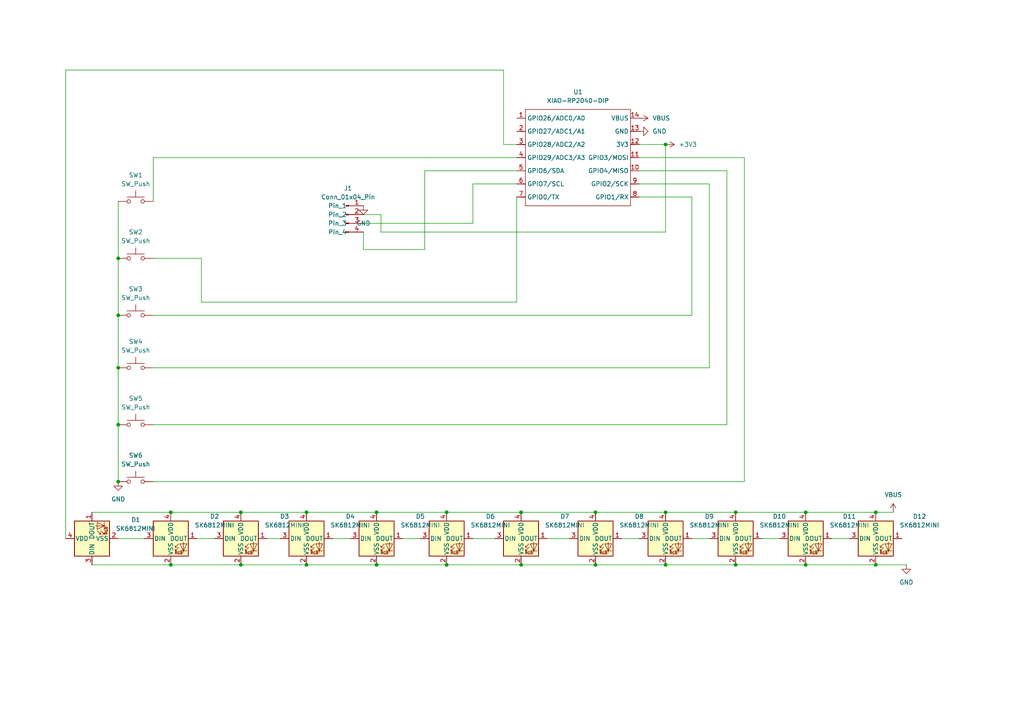
<source format=kicad_sch>
(kicad_sch (version 20250114) (generator "eeschema") (generator_version "9.0")
  (paper "A4")
  (lib_symbols
    (symbol "Connector:Conn_01x04_Pin" (pin_names (offset 1.016))
      (property "Reference" "J" (at 0 5.08 0))
      (property "Value" "Conn_01x04_Pin" (at 0 -7.62 0))
      (symbol "Conn_01x04_Pin_1_1"
        (rectangle (start 0.8636 2.667) (end 0 2.413) (stroke (width 0.1524)) (fill (type outline)))
        (rectangle (start 0.8636 0.127) (end 0 -0.127) (stroke (width 0.1524)) (fill (type outline)))
        (rectangle (start 0.8636 -2.413) (end 0 -2.667) (stroke (width 0.1524)) (fill (type outline)))
        (rectangle (start 0.8636 -4.953) (end 0 -5.207) (stroke (width 0.1524)) (fill (type outline)))
        (polyline (pts (xy 1.27 2.54) (xy 0.8636 2.54)) (stroke (width 0.1524)))
        (polyline (pts (xy 1.27 0) (xy 0.8636 0)) (stroke (width 0.1524)))
        (polyline (pts (xy 1.27 -2.54) (xy 0.8636 -2.54)) (stroke (width 0.1524)))
        (polyline (pts (xy 1.27 -5.08) (xy 0.8636 -5.08)) (stroke (width 0.1524)))
        (pin passive line (at 5.08 2.54 180) (length 3.81) (name "Pin_1") (number "1"))
        (pin passive line (at 5.08 0 180) (length 3.81) (name "Pin_2") (number "2"))
        (pin passive line (at 5.08 -2.54 180) (length 3.81) (name "Pin_3") (number "3"))
        (pin passive line (at 5.08 -5.08 180) (length 3.81) (name "Pin_4") (number "4"))
      )
    )
    (symbol "LED:SK6812MINI" (pin_names (offset 0.254))
      (property "Reference" "D" (at 5.08 5.715 0))
      (property "Value" "SK6812MINI" (at 1.27 -5.715 0))
      (symbol "SK6812MINI_0_0"
        (text "RGB" (at 2.286 -4.191 0) (effects (font (size 0.762 0.762))))
      )
      (symbol "SK6812MINI_0_1"
        (polyline (pts (xy 1.27 -2.54) (xy 1.778 -2.54)))
        (polyline (pts (xy 1.27 -3.556) (xy 1.778 -3.556)))
        (polyline (pts (xy 2.286 -1.524) (xy 1.27 -2.54) (xy 1.27 -2.032)))
        (polyline (pts (xy 2.286 -2.54) (xy 1.27 -3.556) (xy 1.27 -3.048)))
        (polyline (pts (xy 3.683 -1.016) (xy 3.683 -3.556) (xy 3.683 -4.064)))
        (polyline (pts (xy 4.699 -1.524) (xy 2.667 -1.524) (xy 3.683 -3.556) (xy 4.699 -1.524)))
        (polyline (pts (xy 4.699 -3.556) (xy 2.667 -3.556)))
        (rectangle (start 5.08 5.08) (end -5.08 -5.08) (stroke (width 0.254)) (fill (type background)))
      )
      (symbol "SK6812MINI_1_1"
        (pin input line (at -7.62 0 0) (length 2.54) (name "DIN") (number "3"))
        (pin power_in line (at 0 7.62 270) (length 2.54) (name "VDD") (number "4"))
        (pin power_in line (at 0 -7.62 90) (length 2.54) (name "VSS") (number "2"))
        (pin output line (at 7.62 0 180) (length 2.54) (name "DOUT") (number "1"))
      )
    )
    (symbol "Seeed_Studio_XIAO_Series:XIAO-RP2040-DIP"
      (property "Reference" "U" (at 0 0 0))
      (property "Value" "XIAO-RP2040-DIP" (at 5.334 -1.778 0))
      (symbol "XIAO-RP2040-DIP_1_0"
        (polyline (pts (xy -1.27 -2.54) (xy 29.21 -2.54)) (stroke (width 0.1524)))
        (polyline (pts (xy -1.27 -5.08) (xy -2.54 -5.08)) (stroke (width 0.1524)))
        (polyline (pts (xy -1.27 -5.08) (xy -1.27 -2.54)) (stroke (width 0.1524)))
        (polyline (pts (xy -1.27 -8.89) (xy -2.54 -8.89)) (stroke (width 0.1524)))
        (polyline (pts (xy -1.27 -8.89) (xy -1.27 -5.08)) (stroke (width 0.1524)))
        (polyline (pts (xy -1.27 -12.7) (xy -2.54 -12.7)) (stroke (width 0.1524)))
        (polyline (pts (xy -1.27 -12.7) (xy -1.27 -8.89)) (stroke (width 0.1524)))
        (polyline (pts (xy -1.27 -16.51) (xy -2.54 -16.51)) (stroke (width 0.1524)))
        (polyline (pts (xy -1.27 -16.51) (xy -1.27 -12.7)) (stroke (width 0.1524)))
        (polyline (pts (xy -1.27 -20.32) (xy -2.54 -20.32)) (stroke (width 0.1524)))
        (polyline (pts (xy -1.27 -24.13) (xy -2.54 -24.13)) (stroke (width 0.1524)))
        (polyline (pts (xy -1.27 -27.94) (xy -2.54 -27.94)) (stroke (width 0.1524)))
        (polyline (pts (xy -1.27 -30.48) (xy -1.27 -16.51)) (stroke (width 0.1524)))
        (polyline (pts (xy 29.21 -2.54) (xy 29.21 -5.08)) (stroke (width 0.1524)))
        (polyline (pts (xy 29.21 -5.08) (xy 29.21 -8.89)) (stroke (width 0.1524)))
        (polyline (pts (xy 29.21 -8.89) (xy 29.21 -12.7)) (stroke (width 0.1524)))
        (polyline (pts (xy 29.21 -12.7) (xy 29.21 -30.48)) (stroke (width 0.1524)))
        (polyline (pts (xy 29.21 -30.48) (xy -1.27 -30.48)) (stroke (width 0.1524)))
        (polyline (pts (xy 30.48 -5.08) (xy 29.21 -5.08)) (stroke (width 0.1524)))
        (polyline (pts (xy 30.48 -8.89) (xy 29.21 -8.89)) (stroke (width 0.1524)))
        (polyline (pts (xy 30.48 -12.7) (xy 29.21 -12.7)) (stroke (width 0.1524)))
        (polyline (pts (xy 30.48 -16.51) (xy 29.21 -16.51)) (stroke (width 0.1524)))
        (polyline (pts (xy 30.48 -20.32) (xy 29.21 -20.32)) (stroke (width 0.1524)))
        (polyline (pts (xy 30.48 -24.13) (xy 29.21 -24.13)) (stroke (width 0.1524)))
        (polyline (pts (xy 30.48 -27.94) (xy 29.21 -27.94)) (stroke (width 0.1524)))
        (pin passive line (at -3.81 -5.08 0) (length 2.54) (name "GPIO26/ADC0/A0") (number "1"))
        (pin passive line (at -3.81 -8.89 0) (length 2.54) (name "GPIO27/ADC1/A1") (number "2"))
        (pin passive line (at -3.81 -12.7 0) (length 2.54) (name "GPIO28/ADC2/A2") (number "3"))
        (pin passive line (at -3.81 -16.51 0) (length 2.54) (name "GPIO29/ADC3/A3") (number "4"))
        (pin passive line (at -3.81 -20.32 0) (length 2.54) (name "GPIO6/SDA") (number "5"))
        (pin passive line (at -3.81 -24.13 0) (length 2.54) (name "GPIO7/SCL") (number "6"))
        (pin passive line (at -3.81 -27.94 0) (length 2.54) (name "GPIO0/TX") (number "7"))
        (pin passive line (at 31.75 -5.08 180) (length 2.54) (name "VBUS") (number "14"))
        (pin passive line (at 31.75 -8.89 180) (length 2.54) (name "GND") (number "13"))
        (pin passive line (at 31.75 -12.7 180) (length 2.54) (name "3V3") (number "12"))
        (pin passive line (at 31.75 -16.51 180) (length 2.54) (name "GPIO3/MOSI") (number "11"))
        (pin passive line (at 31.75 -20.32 180) (length 2.54) (name "GPIO4/MISO") (number "10"))
        (pin passive line (at 31.75 -24.13 180) (length 2.54) (name "GPIO2/SCK") (number "9"))
        (pin passive line (at 31.75 -27.94 180) (length 2.54) (name "GPIO1/RX") (number "8"))
      )
    )
    (symbol "Switch:SW_Push" (pin_numbers (hide yes)) (pin_names (offset 1.016) (hide yes))
      (property "Reference" "SW" (at 1.27 2.54 0))
      (property "Value" "SW_Push" (at 0 -1.524 0))
      (symbol "SW_Push_0_1"
        (circle (center -2.032 0) (radius 0.508))
        (polyline (pts (xy 0 1.27) (xy 0 3.048)))
        (circle (center 2.032 0) (radius 0.508))
        (polyline (pts (xy 2.54 1.27) (xy -2.54 1.27)))
        (pin passive line (at -5.08 0 0) (length 2.54) (name "1") (number "1"))
        (pin passive line (at 5.08 0 180) (length 2.54) (name "2") (number "2"))
      )
    )
    (symbol "power:+3V3" (power) (pin_numbers (hide yes)) (pin_names (offset 0) (hide yes))
      (property "Value" "+3V3" (at 0 3.556 0))
      (symbol "+3V3_0_1"
        (polyline (pts (xy -0.762 1.27) (xy 0 2.54)))
        (polyline (pts (xy 0 2.54) (xy 0.762 1.27)))
        (polyline (pts (xy 0 0) (xy 0 2.54)))
      )
      (symbol "+3V3_1_1"
        (pin power_in line (at 0 0 90) (length 0) (name "~") (number "1"))
      )
    )
    (symbol "power:GND" (power) (pin_numbers (hide yes)) (pin_names (offset 0) (hide yes))
      (property "Value" "GND" (at 0 -3.81 0))
      (symbol "GND_0_1"
        (polyline (pts (xy 0 0) (xy 0 -1.27) (xy 1.27 -1.27) (xy 0 -2.54) (xy -1.27 -1.27) (xy 0 -1.27)))
      )
      (symbol "GND_1_1"
        (pin power_in line (at 0 0 270) (length 0) (name "~") (number "1"))
      )
    )
    (symbol "power:VBUS" (power) (pin_numbers (hide yes)) (pin_names (offset 0) (hide yes))
      (property "Value" "VBUS" (at 0 3.556 0))
      (symbol "VBUS_0_1"
        (polyline (pts (xy -0.762 1.27) (xy 0 2.54)))
        (polyline (pts (xy 0 2.54) (xy 0.762 1.27)))
        (polyline (pts (xy 0 0) (xy 0 2.54)))
      )
      (symbol "VBUS_1_1"
        (pin power_in line (at 0 0 90) (length 0) (name "~") (number "1"))
      )
    )
  )
  (junction (at 151.13 148.59))
  (junction (at 129.54 163.83))
  (junction (at 49.53 148.59))
  (junction (at 172.72 148.59))
  (junction (at 193.04 163.83))
  (junction (at 233.68 148.59))
  (junction (at 233.68 163.83))
  (junction (at 34.29 91.44))
  (junction (at 172.72 163.83))
  (junction (at 254 163.83))
  (junction (at 88.9 163.83))
  (junction (at 213.36 148.59))
  (junction (at 109.22 163.83))
  (junction (at 69.85 163.83))
  (junction (at 34.29 106.68))
  (junction (at 69.85 148.59))
  (junction (at 34.29 74.93))
  (junction (at 49.53 163.83))
  (junction (at 193.04 41.91))
  (junction (at 193.04 148.59))
  (junction (at 129.54 148.59))
  (junction (at 34.29 123.19))
  (junction (at 151.13 163.83))
  (junction (at 34.29 139.7))
  (junction (at 88.9 148.59))
  (junction (at 109.22 148.59))
  (junction (at 213.36 163.83))
  (junction (at 254 148.59))
  (wire (pts (xy 193.04 163.83) (xy 213.36 163.83)))
  (wire (pts (xy 77.47 156.21) (xy 81.28 156.21)))
  (wire (pts (xy 34.29 91.44) (xy 34.29 74.93)))
  (wire (pts (xy 213.36 163.83) (xy 233.68 163.83)))
  (wire (pts (xy 129.54 148.59) (xy 151.13 148.59)))
  (wire (pts (xy 58.42 74.93) (xy 44.45 74.93)))
  (wire (pts (xy 109.22 148.59) (xy 129.54 148.59)))
  (wire (pts (xy 151.13 148.59) (xy 172.72 148.59)))
  (wire (pts (xy 233.68 148.59) (xy 254 148.59)))
  (wire (pts (xy 105.41 64.77) (xy 137.16 64.77)))
  (wire (pts (xy 105.41 67.31) (xy 105.41 72.39)))
  (wire (pts (xy 137.16 64.77) (xy 137.16 53.34)))
  (wire (pts (xy 146.05 41.91) (xy 149.86 41.91)))
  (wire (pts (xy 193.04 41.91) (xy 185.42 41.91)))
  (wire (pts (xy 180.34 156.21) (xy 185.42 156.21)))
  (wire (pts (xy 254 148.59) (xy 259.08 148.59)))
  (wire (pts (xy 213.36 148.59) (xy 233.68 148.59)))
  (wire (pts (xy 26.67 148.59) (xy 49.53 148.59)))
  (wire (pts (xy 57.15 156.21) (xy 62.23 156.21)))
  (wire (pts (xy 215.9 139.7) (xy 44.45 139.7)))
  (wire (pts (xy 19.05 20.32) (xy 146.05 20.32)))
  (wire (pts (xy 193.04 67.31) (xy 193.04 41.91)))
  (wire (pts (xy 105.41 62.23) (xy 110.49 62.23)))
  (wire (pts (xy 116.84 156.21) (xy 121.92 156.21)))
  (wire (pts (xy 200.66 91.44) (xy 44.45 91.44)))
  (wire (pts (xy 172.72 148.59) (xy 193.04 148.59)))
  (wire (pts (xy 110.49 62.23) (xy 110.49 67.31)))
  (wire (pts (xy 205.74 106.68) (xy 44.45 106.68)))
  (wire (pts (xy 210.82 123.19) (xy 44.45 123.19)))
  (wire (pts (xy 34.29 156.21) (xy 41.91 156.21)))
  (wire (pts (xy 88.9 148.59) (xy 109.22 148.59)))
  (wire (pts (xy 34.29 139.7) (xy 34.29 123.19)))
  (wire (pts (xy 151.13 163.83) (xy 172.72 163.83)))
  (wire (pts (xy 49.53 163.83) (xy 69.85 163.83)))
  (wire (pts (xy 69.85 163.83) (xy 88.9 163.83)))
  (wire (pts (xy 172.72 163.83) (xy 193.04 163.83)))
  (wire (pts (xy 158.75 156.21) (xy 165.1 156.21)))
  (wire (pts (xy 137.16 156.21) (xy 143.51 156.21)))
  (wire (pts (xy 185.42 53.34) (xy 205.74 53.34)))
  (wire (pts (xy 200.66 156.21) (xy 205.74 156.21)))
  (wire (pts (xy 49.53 148.59) (xy 69.85 148.59)))
  (wire (pts (xy 149.86 87.63) (xy 58.42 87.63)))
  (wire (pts (xy 149.86 87.63) (xy 149.86 57.15)))
  (wire (pts (xy 88.9 163.83) (xy 109.22 163.83)))
  (wire (pts (xy 69.85 148.59) (xy 88.9 148.59)))
  (wire (pts (xy 34.29 106.68) (xy 34.29 91.44)))
  (wire (pts (xy 44.45 45.72) (xy 44.45 58.42)))
  (wire (pts (xy 205.74 53.34) (xy 205.74 106.68)))
  (wire (pts (xy 110.49 67.31) (xy 193.04 67.31)))
  (wire (pts (xy 137.16 53.34) (xy 149.86 53.34)))
  (wire (pts (xy 129.54 163.83) (xy 151.13 163.83)))
  (wire (pts (xy 185.42 57.15) (xy 200.66 57.15)))
  (wire (pts (xy 109.22 163.83) (xy 129.54 163.83)))
  (wire (pts (xy 96.52 156.21) (xy 101.6 156.21)))
  (wire (pts (xy 200.66 57.15) (xy 200.66 91.44)))
  (wire (pts (xy 146.05 20.32) (xy 146.05 41.91)))
  (wire (pts (xy 193.04 148.59) (xy 213.36 148.59)))
  (wire (pts (xy 149.86 45.72) (xy 44.45 45.72)))
  (wire (pts (xy 210.82 49.53) (xy 210.82 123.19)))
  (wire (pts (xy 123.19 72.39) (xy 123.19 49.53)))
  (wire (pts (xy 233.68 163.83) (xy 254 163.83)))
  (wire (pts (xy 241.3 156.21) (xy 246.38 156.21)))
  (wire (pts (xy 220.98 156.21) (xy 226.06 156.21)))
  (wire (pts (xy 185.42 49.53) (xy 210.82 49.53)))
  (wire (pts (xy 19.05 156.21) (xy 19.05 20.32)))
  (wire (pts (xy 185.42 45.72) (xy 215.9 45.72)))
  (wire (pts (xy 34.29 123.19) (xy 34.29 106.68)))
  (wire (pts (xy 105.41 72.39) (xy 123.19 72.39)))
  (wire (pts (xy 34.29 74.93) (xy 34.29 58.42)))
  (wire (pts (xy 123.19 49.53) (xy 149.86 49.53)))
  (wire (pts (xy 215.9 45.72) (xy 215.9 139.7)))
  (wire (pts (xy 26.67 163.83) (xy 49.53 163.83)))
  (wire (pts (xy 58.42 87.63) (xy 58.42 74.93)))
  (wire (pts (xy 254 163.83) (xy 262.89 163.83)))
  (symbol (lib_id "Seeed_Studio_XIAO_Series:XIAO-RP2040-DIP") (at 153.67 29.21 0) (unit 1)
    (property "Reference" "U1" (at 167.64 26.67 0))
    (property "Value" "XIAO-RP2040-DIP" (at 167.64 29.21 0))
    (property "Footprint" "Seeed Studio XIAO Series Library:XIAO-RP2040-DIP" (effects (hide yes)))
  )
  (symbol (lib_id "Switch:SW_Push") (at 39.37 58.42 0) (unit 1)
    (property "Reference" "SW1" (at 39.37 50.8 0))
    (property "Value" "SW_Push" (at 39.37 53.34 0))
    (property "Footprint" "ScottoKeebs_MX:MX_PCB_1.00u" (effects (hide yes)))
    (property "Description" "Push button switch, generic, two pins" (effects (hide yes)))
  )
  (symbol (lib_id "Switch:SW_Push") (at 39.37 139.7 0) (unit 1)
    (property "Reference" "SW6" (at 39.37 132.08 0))
    (property "Value" "SW_Push" (at 39.37 134.62 0))
    (property "Footprint" "ScottoKeebs_MX:MX_PCB_1.00u" (effects (hide yes)))
    (property "Description" "Push button switch, generic, two pins" (effects (hide yes)))
  )
  (symbol (lib_id "LED:SK6812MINI") (at 26.67 156.21 90) (unit 1)
    (property "Reference" "D1" (at 39.37 150.7646 90))
    (property "Value" "SK6812MINI" (at 39.37 153.3046 90))
    (property "Footprint" "kicad-SK6812MINI:SK6812MINI" (effects (hide yes)))
    (property "Datasheet" "https://cdn-shop.adafruit.com/product-files/2686/SK6812MINI_REV.01-1-2.pdf" (effects (hide yes)))
    (property "Description" "RGB LED with integrated controller" (effects (hide yes)))
  )
  (symbol (lib_id "LED:SK6812MINI") (at 254 156.21 0) (unit 1)
    (property "Reference" "D12" (at 266.7 149.7898 0))
    (property "Value" "SK6812MINI" (at 266.7 152.3298 0))
    (property "Footprint" "kicad-SK6812MINI:SK6812MINI" (effects (hide yes)))
    (property "Datasheet" "https://cdn-shop.adafruit.com/product-files/2686/SK6812MINI_REV.01-1-2.pdf" (effects (hide yes)))
    (property "Description" "RGB LED with integrated controller" (effects (hide yes)))
  )
  (symbol (lib_id "LED:SK6812MINI") (at 49.53 156.21 0) (unit 1)
    (property "Reference" "D2" (at 62.23 149.7898 0))
    (property "Value" "SK6812MINI" (at 62.23 152.3298 0))
    (property "Footprint" "kicad-SK6812MINI:SK6812MINI" (effects (hide yes)))
    (property "Datasheet" "https://cdn-shop.adafruit.com/product-files/2686/SK6812MINI_REV.01-1-2.pdf" (effects (hide yes)))
    (property "Description" "RGB LED with integrated controller" (effects (hide yes)))
  )
  (symbol (lib_id "Switch:SW_Push") (at 39.37 123.19 0) (unit 1)
    (property "Reference" "SW5" (at 39.37 115.57 0))
    (property "Value" "SW_Push" (at 39.37 118.11 0))
    (property "Footprint" "ScottoKeebs_MX:MX_PCB_1.00u" (effects (hide yes)))
    (property "Description" "Push button switch, generic, two pins" (effects (hide yes)))
  )
  (symbol (lib_id "LED:SK6812MINI") (at 193.04 156.21 0) (unit 1)
    (property "Reference" "D9" (at 205.74 149.7898 0))
    (property "Value" "SK6812MINI" (at 205.74 152.3298 0))
    (property "Footprint" "kicad-SK6812MINI:SK6812MINI" (effects (hide yes)))
    (property "Datasheet" "https://cdn-shop.adafruit.com/product-files/2686/SK6812MINI_REV.01-1-2.pdf" (effects (hide yes)))
    (property "Description" "RGB LED with integrated controller" (effects (hide yes)))
  )
  (symbol (lib_id "power:GND") (at 105.41 59.69 0) (unit 1)
    (property "Reference" "#PWR04" (effects (hide yes)))
    (property "Value" "GND" (at 105.41 64.77 0))
    (property "Description" "Power symbol creates a global label with name \"GND\" , ground" (effects (hide yes)))
  )
  (symbol (lib_id "power:GND") (at 185.42 38.1 90) (unit 1)
    (property "Reference" "#PWR05" (effects (hide yes)))
    (property "Value" "GND" (at 189.23 38.0999 90) (effects (justify right)))
    (property "Description" "Power symbol creates a global label with name \"GND\" , ground" (effects (hide yes)))
  )
  (symbol (lib_id "power:VBUS") (at 259.08 148.59 0) (unit 1)
    (property "Reference" "#PWR01" (effects (hide yes)))
    (property "Value" "VBUS" (at 259.08 143.51 0))
    (property "Description" "Power symbol creates a global label with name \"VBUS\"" (effects (hide yes)))
  )
  (symbol (lib_id "power:+3V3") (at 193.04 41.91 270) (unit 1)
    (property "Reference" "#PWR07" (effects (hide yes)))
    (property "Value" "+3V3" (at 196.85 41.9099 90) (effects (justify left)))
    (property "Description" "Power symbol creates a global label with name \"+3V3\"" (effects (hide yes)))
  )
  (symbol (lib_id "LED:SK6812MINI") (at 172.72 156.21 0) (unit 1)
    (property "Reference" "D8" (at 185.42 149.7898 0))
    (property "Value" "SK6812MINI" (at 185.42 152.3298 0))
    (property "Footprint" "kicad-SK6812MINI:SK6812MINI" (effects (hide yes)))
    (property "Datasheet" "https://cdn-shop.adafruit.com/product-files/2686/SK6812MINI_REV.01-1-2.pdf" (effects (hide yes)))
    (property "Description" "RGB LED with integrated controller" (effects (hide yes)))
  )
  (symbol (lib_id "LED:SK6812MINI") (at 129.54 156.21 0) (unit 1)
    (property "Reference" "D6" (at 142.24 149.7898 0))
    (property "Value" "SK6812MINI" (at 142.24 152.3298 0))
    (property "Footprint" "kicad-SK6812MINI:SK6812MINI" (effects (hide yes)))
    (property "Datasheet" "https://cdn-shop.adafruit.com/product-files/2686/SK6812MINI_REV.01-1-2.pdf" (effects (hide yes)))
    (property "Description" "RGB LED with integrated controller" (effects (hide yes)))
  )
  (symbol (lib_id "LED:SK6812MINI") (at 69.85 156.21 0) (unit 1)
    (property "Reference" "D3" (at 82.55 149.7898 0))
    (property "Value" "SK6812MINI" (at 82.55 152.3298 0))
    (property "Footprint" "kicad-SK6812MINI:SK6812MINI" (effects (hide yes)))
    (property "Datasheet" "https://cdn-shop.adafruit.com/product-files/2686/SK6812MINI_REV.01-1-2.pdf" (effects (hide yes)))
    (property "Description" "RGB LED with integrated controller" (effects (hide yes)))
  )
  (symbol (lib_id "power:VBUS") (at 185.42 34.29 270) (unit 1)
    (property "Reference" "#PWR06" (effects (hide yes)))
    (property "Value" "VBUS" (at 189.23 34.2899 90) (effects (justify left)))
    (property "Description" "Power symbol creates a global label with name \"VBUS\"" (effects (hide yes)))
  )
  (symbol (lib_id "LED:SK6812MINI") (at 233.68 156.21 0) (unit 1)
    (property "Reference" "D11" (at 246.38 149.7898 0))
    (property "Value" "SK6812MINI" (at 246.38 152.3298 0))
    (property "Footprint" "kicad-SK6812MINI:SK6812MINI" (effects (hide yes)))
    (property "Datasheet" "https://cdn-shop.adafruit.com/product-files/2686/SK6812MINI_REV.01-1-2.pdf" (effects (hide yes)))
    (property "Description" "RGB LED with integrated controller" (effects (hide yes)))
  )
  (symbol (lib_id "LED:SK6812MINI") (at 213.36 156.21 0) (unit 1)
    (property "Reference" "D10" (at 226.06 149.7898 0))
    (property "Value" "SK6812MINI" (at 226.06 152.3298 0))
    (property "Footprint" "kicad-SK6812MINI:SK6812MINI" (effects (hide yes)))
    (property "Datasheet" "https://cdn-shop.adafruit.com/product-files/2686/SK6812MINI_REV.01-1-2.pdf" (effects (hide yes)))
    (property "Description" "RGB LED with integrated controller" (effects (hide yes)))
  )
  (symbol (lib_id "power:GND") (at 34.29 139.7 0) (unit 1)
    (property "Reference" "#PWR03" (effects (hide yes)))
    (property "Value" "GND" (at 34.29 144.78 0))
    (property "Description" "Power symbol creates a global label with name \"GND\" , ground" (effects (hide yes)))
  )
  (symbol (lib_id "LED:SK6812MINI") (at 88.9 156.21 0) (unit 1)
    (property "Reference" "D4" (at 101.6 149.7898 0))
    (property "Value" "SK6812MINI" (at 101.6 152.3298 0))
    (property "Footprint" "kicad-SK6812MINI:SK6812MINI" (effects (hide yes)))
    (property "Datasheet" "https://cdn-shop.adafruit.com/product-files/2686/SK6812MINI_REV.01-1-2.pdf" (effects (hide yes)))
    (property "Description" "RGB LED with integrated controller" (effects (hide yes)))
  )
  (symbol (lib_id "Switch:SW_Push") (at 39.37 74.93 0) (unit 1)
    (property "Reference" "SW2" (at 39.37 67.31 0))
    (property "Value" "SW_Push" (at 39.37 69.85 0))
    (property "Footprint" "ScottoKeebs_MX:MX_PCB_1.00u" (effects (hide yes)))
    (property "Description" "Push button switch, generic, two pins" (effects (hide yes)))
  )
  (symbol (lib_id "LED:SK6812MINI") (at 109.22 156.21 0) (unit 1)
    (property "Reference" "D5" (at 121.92 149.7898 0))
    (property "Value" "SK6812MINI" (at 121.92 152.3298 0))
    (property "Footprint" "kicad-SK6812MINI:SK6812MINI" (effects (hide yes)))
    (property "Datasheet" "https://cdn-shop.adafruit.com/product-files/2686/SK6812MINI_REV.01-1-2.pdf" (effects (hide yes)))
    (property "Description" "RGB LED with integrated controller" (effects (hide yes)))
  )
  (symbol (lib_id "power:GND") (at 262.89 163.83 0) (unit 1)
    (property "Reference" "#PWR02" (effects (hide yes)))
    (property "Value" "GND" (at 262.89 168.91 0))
    (property "Description" "Power symbol creates a global label with name \"GND\" , ground" (effects (hide yes)))
  )
  (symbol (lib_id "LED:SK6812MINI") (at 151.13 156.21 0) (unit 1)
    (property "Reference" "D7" (at 163.83 149.7898 0))
    (property "Value" "SK6812MINI" (at 163.83 152.3298 0))
    (property "Footprint" "kicad-SK6812MINI:SK6812MINI" (effects (hide yes)))
    (property "Datasheet" "https://cdn-shop.adafruit.com/product-files/2686/SK6812MINI_REV.01-1-2.pdf" (effects (hide yes)))
    (property "Description" "RGB LED with integrated controller" (effects (hide yes)))
  )
  (symbol (lib_id "Connector:Conn_01x04_Pin") (at 100.33 62.23 0) (unit 1)
    (property "Reference" "J1" (at 100.965 54.61 0))
    (property "Value" "Conn_01x04_Pin" (at 100.965 57.15 0))
    (property "Footprint" "KiCad-SSD1306-0.91-OLED-4pin-128x32:SSD1306-0.91-OLED-4pin-128x32" (effects (hide yes)))
    (property "Description" "Generic connector, single row, 01x04, script generated" (effects (hide yes)))
  )
  (symbol (lib_id "Switch:SW_Push") (at 39.37 91.44 0) (unit 1)
    (property "Reference" "SW3" (at 39.37 83.82 0))
    (property "Value" "SW_Push" (at 39.37 86.36 0))
    (property "Footprint" "ScottoKeebs_MX:MX_PCB_1.00u" (effects (hide yes)))
    (property "Description" "Push button switch, generic, two pins" (effects (hide yes)))
  )
  (symbol (lib_id "Switch:SW_Push") (at 39.37 106.68 0) (unit 1)
    (property "Reference" "SW4" (at 39.37 99.06 0))
    (property "Value" "SW_Push" (at 39.37 101.6 0))
    (property "Footprint" "ScottoKeebs_MX:MX_PCB_1.00u" (effects (hide yes)))
    (property "Description" "Push button switch, generic, two pins" (effects (hide yes)))
  )
)
</source>
